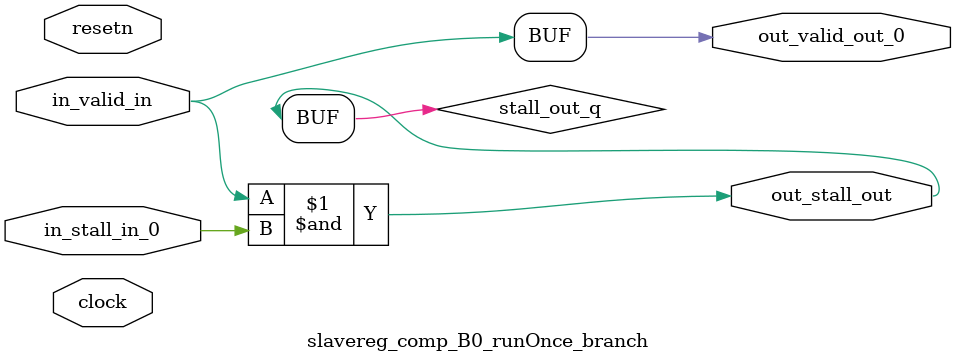
<source format=sv>



(* altera_attribute = "-name AUTO_SHIFT_REGISTER_RECOGNITION OFF; -name MESSAGE_DISABLE 10036; -name MESSAGE_DISABLE 10037; -name MESSAGE_DISABLE 14130; -name MESSAGE_DISABLE 14320; -name MESSAGE_DISABLE 15400; -name MESSAGE_DISABLE 14130; -name MESSAGE_DISABLE 10036; -name MESSAGE_DISABLE 12020; -name MESSAGE_DISABLE 12030; -name MESSAGE_DISABLE 12010; -name MESSAGE_DISABLE 12110; -name MESSAGE_DISABLE 14320; -name MESSAGE_DISABLE 13410; -name MESSAGE_DISABLE 113007; -name MESSAGE_DISABLE 10958" *)
module slavereg_comp_B0_runOnce_branch (
    input wire [0:0] in_stall_in_0,
    input wire [0:0] in_valid_in,
    output wire [0:0] out_stall_out,
    output wire [0:0] out_valid_out_0,
    input wire clock,
    input wire resetn
    );

    wire [0:0] stall_out_q;


    // stall_out(LOGICAL,6)
    assign stall_out_q = in_valid_in & in_stall_in_0;

    // out_stall_out(GPOUT,4)
    assign out_stall_out = stall_out_q;

    // out_valid_out_0(GPOUT,5)
    assign out_valid_out_0 = in_valid_in;

endmodule

</source>
